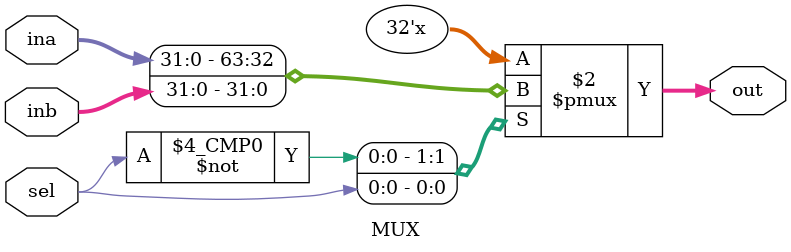
<source format=sv>
/***********************************************************************
 * Author : Amr El Batarny
 * File   : MUX.sv
 * Brief  : Generic Multiplexer.
 **********************************************************************/

module MUX #(
	parameter MUX_WIDTH	= 32
	)(
	input  logic 				 sel,
	input  logic [MUX_WIDTH-1:0] ina,
	input  logic [MUX_WIDTH-1:0] inb,
	output logic [MUX_WIDTH-1:0] out
	);

	always_comb begin
		case(sel)
			0: out = ina;
			1: out = inb;
		endcase
	end
endmodule
</source>
